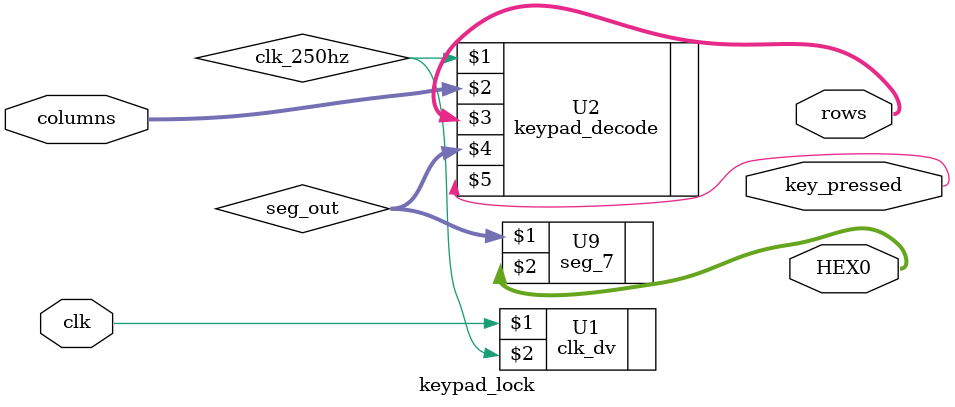
<source format=v>
 


module keypad_lock(
	input clk,
	input [3:0]columns,					
	output [3:0] rows,					
	//output [6:0] HEX3,
	//output [6:0] HEX2,
	//output [6:0] HEX1,
	output [6:0] HEX0,
	output key_pressed						//"ERROR" ---but for now , key_pressed
	//output unlocking,						//LED1
	//output open								//LED0
);

 
	wire /*key_pressed, */clk_250hz, P, start;
	wire [3:0] key;
	wire [15:0] code_out;
	wire [3:0] seg_out;

	clk_dv #(1250000) U1(clk, clk_250hz);  

	keypad_decode U2(clk_250hz, columns, rows, seg_out[3:0], key_pressed);//key, key_pressed);
											//col, row
	//lockout U3(clk_250hz, key_pressed, P);

	//input_code U4(clk_250hz, P, key, seg_out, code_out, start);

	//lock_mechanism U5(clk_250z, start, code_out, error, unlocking, open);

	//seg_7 U6(seg_out[15:12], HEX3);
	//seg_7 U7(seg_out[11:8], HEX2);
	//seg_7 U8(seg_out[7:4], HEX1);
	seg_7 U9(seg_out[3:0], HEX0);



endmodule


</source>
